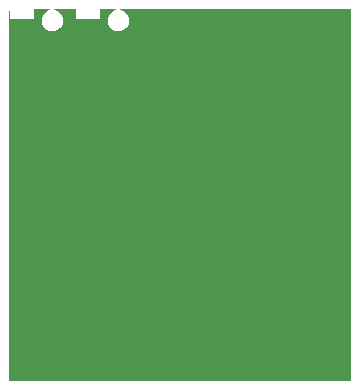
<source format=gbl>
%FSTAX23Y23*%
%MOIN*%
%SFA1B1*%

%IPPOS*%
%ADD20C,0.010000*%
%ADD21C,0.012000*%
%ADD22C,0.040000*%
%ADD23C,0.020000*%
%ADD25R,0.062992X0.062992*%
%ADD26C,0.062992*%
%ADD27R,0.059055X0.059055*%
%ADD28C,0.059055*%
%ADD29C,0.055118*%
%ADD30R,0.055118X0.055118*%
%ADD31R,0.059055X0.059055*%
%ADD32C,0.050000*%
G36*
X01164Y04939D02*
Y04935D01*
Y04905*
X01085*
Y04933*
X01081Y04935*
X0108Y04935*
X0108Y04935*
Y03705*
X01079Y03704*
X01081Y037*
X0222*
Y0494*
X01451*
X01451Y04935*
X01454Y04934*
X01462Y04931*
X0147Y04925*
X01476Y04917*
X01479Y04909*
X0148Y049*
X01479Y0489*
X01476Y04882*
X0147Y04874*
X01462Y04868*
X01454Y04865*
X01445Y04864*
X01435Y04865*
X01427Y04868*
X01419Y04874*
X01413Y04882*
X0141Y0489*
X01409Y049*
X0141Y04909*
X01413Y04917*
X01419Y04925*
X01427Y04931*
X01435Y04934*
X01438Y04935*
X01438Y0494*
X01389*
X01384Y04939*
Y04935*
Y04905*
X01305*
Y04935*
Y04939*
X013Y0494*
X01231*
X01231Y04935*
X01234Y04934*
X01242Y04931*
X0125Y04925*
X01256Y04917*
X01259Y04909*
X0126Y049*
X01259Y0489*
X01256Y04882*
X0125Y04874*
X01242Y04868*
X01234Y04865*
X01225Y04864*
X01215Y04865*
X01207Y04868*
X01199Y04874*
X01193Y04882*
X0119Y0489*
X01189Y049*
X0119Y04909*
X01193Y04917*
X01199Y04925*
X01207Y04931*
X01215Y04934*
X01218Y04935*
X01218Y0494*
X01169*
X01164Y04939*
G37*
M02*
</source>
